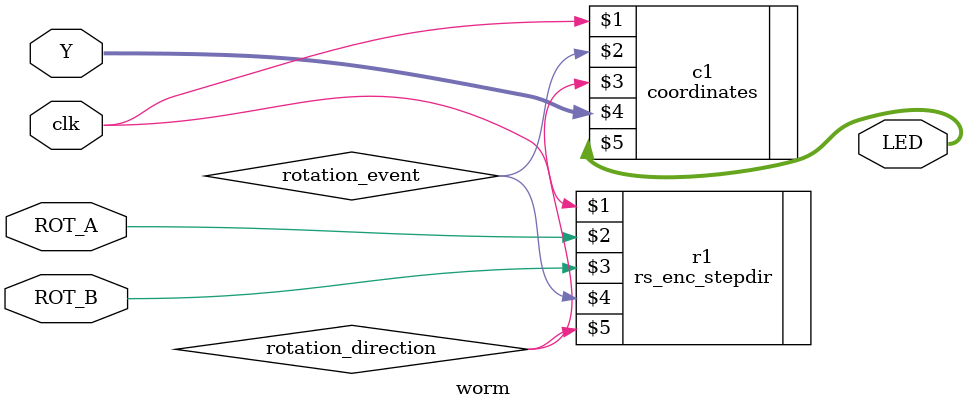
<source format=v>
`timescale 1ns / 1ps
module worm(clk, ROT_A, ROT_B, Y, LED);
	input clk;
	input ROT_A;
	input ROT_B;
	input [3:0]Y;
	
	output [7:0]LED;
	
	wire [7:0]LED;
	wire rotation_event;
	wire rotation_direction;
	
	
	rs_enc_stepdir r1(clk, ROT_A, ROT_B, rotation_event, rotation_direction);
	coordinates c1(clk, rotation_event, rotation_direction, Y, LED);

endmodule

</source>
